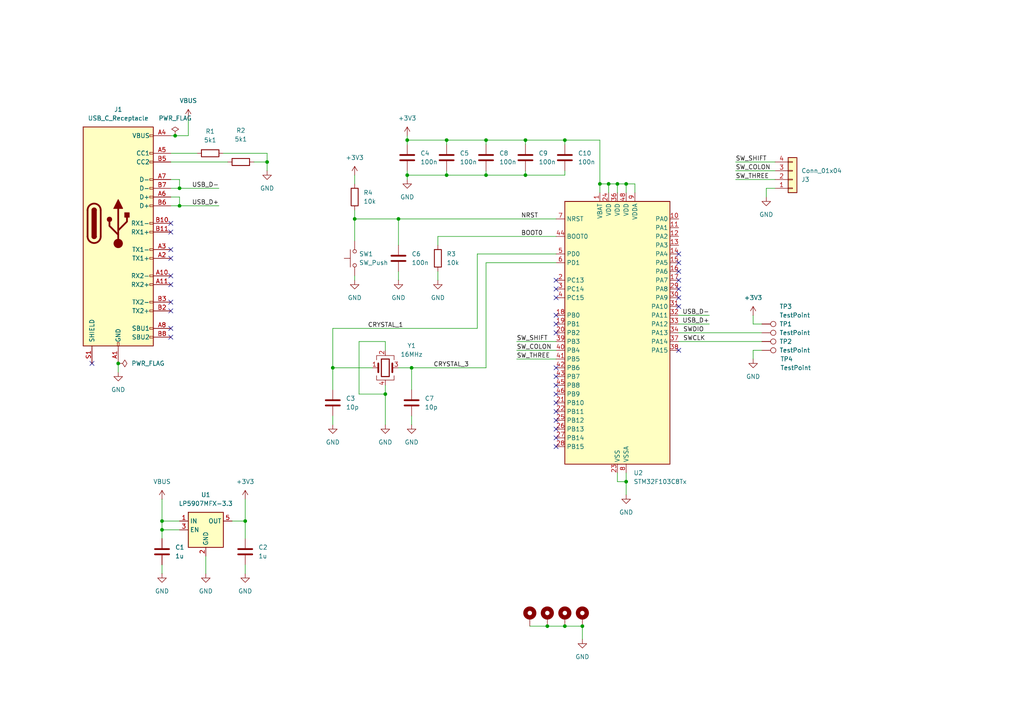
<source format=kicad_sch>
(kicad_sch (version 20250114) (generator "eeschema") (generator_version "9.0")
  (paper "A4")
  (lib_symbols
    (symbol "Connector:TestPoint" (pin_numbers (hide yes)) (pin_names (offset 0.762) (hide yes))
      (property "Reference" "TP" (at 0 6.858 0))
      (property "Value" "TestPoint" (at 0 5.08 0))
      (symbol "TestPoint_0_1"
        (circle (center 0 3.302) (radius 0.762))
      )
      (symbol "TestPoint_1_1"
        (pin passive line (at 0 0 90) (length 2.54) (name "1") (number "1"))
      )
    )
    (symbol "Connector:USB_C_Receptacle" (pin_names (offset 1.016))
      (property "Reference" "J" (at -10.16 29.21 0))
      (property "Value" "USB_C_Receptacle" (at 10.16 29.21 0))
      (symbol "USB_C_Receptacle_0_0"
        (rectangle (start -0.254 -35.56) (end 0.254 -34.544))
        (rectangle (start 10.16 25.654) (end 9.144 25.146))
        (rectangle (start 10.16 20.574) (end 9.144 20.066))
        (rectangle (start 10.16 18.034) (end 9.144 17.526))
        (rectangle (start 10.16 12.954) (end 9.144 12.446))
        (rectangle (start 10.16 10.414) (end 9.144 9.906))
        (rectangle (start 10.16 7.874) (end 9.144 7.366))
        (rectangle (start 10.16 5.334) (end 9.144 4.826))
        (rectangle (start 10.16 0.254) (end 9.144 -0.254))
        (rectangle (start 10.16 -2.286) (end 9.144 -2.794))
        (rectangle (start 10.16 -7.366) (end 9.144 -7.874))
        (rectangle (start 10.16 -9.906) (end 9.144 -10.414))
        (rectangle (start 10.16 -14.986) (end 9.144 -15.494))
        (rectangle (start 10.16 -17.526) (end 9.144 -18.034))
        (rectangle (start 10.16 -22.606) (end 9.144 -23.114))
        (rectangle (start 10.16 -25.146) (end 9.144 -25.654))
        (rectangle (start 10.16 -30.226) (end 9.144 -30.734))
        (rectangle (start 10.16 -32.766) (end 9.144 -33.274))
      )
      (symbol "USB_C_Receptacle_0_1"
        (rectangle (start -10.16 27.94) (end 10.16 -35.56) (stroke (width 0.254)) (fill (type background)))
        (polyline (pts (xy -8.89 -3.81) (xy -8.89 3.81)) (stroke (width 0.508)))
        (rectangle (start -7.62 -3.81) (end -6.35 3.81) (stroke (width 0.254)) (fill (type outline)))
        (arc (start -7.62 3.81) (mid -6.985 4.4423) (end -6.35 3.81) (stroke (width 0.254)))
        (arc (start -7.62 3.81) (mid -6.985 4.4423) (end -6.35 3.81) (stroke (width 0.254)) (fill (type outline)))
        (arc (start -8.89 3.81) (mid -6.985 5.7067) (end -5.08 3.81) (stroke (width 0.508)))
        (arc (start -5.08 -3.81) (mid -6.985 -5.7067) (end -8.89 -3.81) (stroke (width 0.508)))
        (arc (start -6.35 -3.81) (mid -6.985 -4.4423) (end -7.62 -3.81) (stroke (width 0.254)))
        (arc (start -6.35 -3.81) (mid -6.985 -4.4423) (end -7.62 -3.81) (stroke (width 0.254)) (fill (type outline)))
        (polyline (pts (xy -5.08 3.81) (xy -5.08 -3.81)) (stroke (width 0.508)))
      )
      (symbol "USB_C_Receptacle_1_1"
        (circle (center -2.54 1.143) (radius 0.635) (stroke (width 0.254)) (fill (type outline)))
        (polyline (pts (xy -1.27 4.318) (xy 0 6.858) (xy 1.27 4.318) (xy -1.27 4.318)) (stroke (width 0.254)) (fill (type outline)))
        (polyline (pts (xy 0 -2.032) (xy 2.54 0.508) (xy 2.54 1.778)) (stroke (width 0.508)))
        (polyline (pts (xy 0 -3.302) (xy -2.54 -0.762) (xy -2.54 0.508)) (stroke (width 0.508)))
        (polyline (pts (xy 0 -5.842) (xy 0 4.318)) (stroke (width 0.508)))
        (circle (center 0 -5.842) (radius 1.27) (fill (type outline)))
        (rectangle (start 1.905 1.778) (end 3.175 3.048) (stroke (width 0.254)) (fill (type outline)))
        (pin passive line (at -7.62 -40.64 90) (length 5.08) (name "SHIELD") (number "S1"))
        (pin passive line (at 0 -40.64 90) (length 5.08) (name "GND") (number "A1"))
        (pin passive line (at 0 -40.64 90) (length 5.08) (hide yes) (name "GND") (number "A12"))
        (pin passive line (at 0 -40.64 90) (length 5.08) (hide yes) (name "GND") (number "B1"))
        (pin passive line (at 0 -40.64 90) (length 5.08) (hide yes) (name "GND") (number "B12"))
        (pin passive line (at 15.24 25.4 180) (length 5.08) (name "VBUS") (number "A4"))
        (pin passive line (at 15.24 25.4 180) (length 5.08) (hide yes) (name "VBUS") (number "A9"))
        (pin passive line (at 15.24 25.4 180) (length 5.08) (hide yes) (name "VBUS") (number "B4"))
        (pin passive line (at 15.24 25.4 180) (length 5.08) (hide yes) (name "VBUS") (number "B9"))
        (pin bidirectional line (at 15.24 20.32 180) (length 5.08) (name "CC1") (number "A5"))
        (pin bidirectional line (at 15.24 17.78 180) (length 5.08) (name "CC2") (number "B5"))
        (pin bidirectional line (at 15.24 12.7 180) (length 5.08) (name "D-") (number "A7"))
        (pin bidirectional line (at 15.24 10.16 180) (length 5.08) (name "D-") (number "B7"))
        (pin bidirectional line (at 15.24 7.62 180) (length 5.08) (name "D+") (number "A6"))
        (pin bidirectional line (at 15.24 5.08 180) (length 5.08) (name "D+") (number "B6"))
        (pin bidirectional line (at 15.24 0 180) (length 5.08) (name "RX1-") (number "B10"))
        (pin bidirectional line (at 15.24 -2.54 180) (length 5.08) (name "RX1+") (number "B11"))
        (pin bidirectional line (at 15.24 -7.62 180) (length 5.08) (name "TX1-") (number "A3"))
        (pin bidirectional line (at 15.24 -10.16 180) (length 5.08) (name "TX1+") (number "A2"))
        (pin bidirectional line (at 15.24 -15.24 180) (length 5.08) (name "RX2-") (number "A10"))
        (pin bidirectional line (at 15.24 -17.78 180) (length 5.08) (name "RX2+") (number "A11"))
        (pin bidirectional line (at 15.24 -22.86 180) (length 5.08) (name "TX2-") (number "B3"))
        (pin bidirectional line (at 15.24 -25.4 180) (length 5.08) (name "TX2+") (number "B2"))
        (pin bidirectional line (at 15.24 -30.48 180) (length 5.08) (name "SBU1") (number "A8"))
        (pin bidirectional line (at 15.24 -33.02 180) (length 5.08) (name "SBU2") (number "B8"))
      )
    )
    (symbol "Connector_Generic:Conn_01x04" (pin_names (offset 1.016) (hide yes))
      (property "Reference" "J" (at 0 5.08 0))
      (property "Value" "Conn_01x04" (at 0 -7.62 0))
      (symbol "Conn_01x04_1_1"
        (rectangle (start -1.27 3.81) (end 1.27 -6.35) (stroke (width 0.254)) (fill (type background)))
        (rectangle (start -1.27 2.667) (end 0 2.413) (stroke (width 0.1524)))
        (rectangle (start -1.27 0.127) (end 0 -0.127) (stroke (width 0.1524)))
        (rectangle (start -1.27 -2.413) (end 0 -2.667) (stroke (width 0.1524)))
        (rectangle (start -1.27 -4.953) (end 0 -5.207) (stroke (width 0.1524)))
        (pin passive line (at -5.08 2.54 0) (length 3.81) (name "Pin_1") (number "1"))
        (pin passive line (at -5.08 0 0) (length 3.81) (name "Pin_2") (number "2"))
        (pin passive line (at -5.08 -2.54 0) (length 3.81) (name "Pin_3") (number "3"))
        (pin passive line (at -5.08 -5.08 0) (length 3.81) (name "Pin_4") (number "4"))
      )
    )
    (symbol "Device:C" (pin_numbers (hide yes)) (pin_names (offset 0.254))
      (property "Reference" "C" (at 0.635 2.54 0))
      (property "Value" "C" (at 0.635 -2.54 0))
      (symbol "C_0_1"
        (polyline (pts (xy -2.032 0.762) (xy 2.032 0.762)) (stroke (width 0.508)))
        (polyline (pts (xy -2.032 -0.762) (xy 2.032 -0.762)) (stroke (width 0.508)))
      )
      (symbol "C_1_1"
        (pin passive line (at 0 3.81 270) (length 2.794) (name "~") (number "1"))
        (pin passive line (at 0 -3.81 90) (length 2.794) (name "~") (number "2"))
      )
    )
    (symbol "Device:Crystal_GND24" (pin_names (offset 1.016) (hide yes))
      (property "Reference" "Y" (at 3.175 5.08 0))
      (property "Value" "Crystal_GND24" (at 3.175 3.175 0))
      (symbol "Crystal_GND24_0_1"
        (polyline (pts (xy -2.54 2.286) (xy -2.54 3.556) (xy 2.54 3.556) (xy 2.54 2.286)))
        (polyline (pts (xy -2.54 0) (xy -2.032 0)))
        (polyline (pts (xy -2.54 -2.286) (xy -2.54 -3.556) (xy 2.54 -3.556) (xy 2.54 -2.286)))
        (polyline (pts (xy -2.032 -1.27) (xy -2.032 1.27)) (stroke (width 0.508)))
        (rectangle (start -1.143 2.54) (end 1.143 -2.54) (stroke (width 0.3048)))
        (polyline (pts (xy 0 3.556) (xy 0 3.81)))
        (polyline (pts (xy 0 -3.81) (xy 0 -3.556)))
        (polyline (pts (xy 2.032 0) (xy 2.54 0)))
        (polyline (pts (xy 2.032 -1.27) (xy 2.032 1.27)) (stroke (width 0.508)))
      )
      (symbol "Crystal_GND24_1_1"
        (pin passive line (at -3.81 0 0) (length 1.27) (name "1") (number "1"))
        (pin passive line (at 0 5.08 270) (length 1.27) (name "2") (number "2"))
        (pin passive line (at 0 -5.08 90) (length 1.27) (name "4") (number "4"))
        (pin passive line (at 3.81 0 180) (length 1.27) (name "3") (number "3"))
      )
    )
    (symbol "Device:R" (pin_numbers (hide yes)) (pin_names (offset 0))
      (property "Reference" "R" (at 2.032 0 90))
      (property "Value" "R" (at 0 0 90))
      (symbol "R_0_1"
        (rectangle (start -1.016 -2.54) (end 1.016 2.54) (stroke (width 0.254)))
      )
      (symbol "R_1_1"
        (pin passive line (at 0 3.81 270) (length 1.27) (name "~") (number "1"))
        (pin passive line (at 0 -3.81 90) (length 1.27) (name "~") (number "2"))
      )
    )
    (symbol "MCU_ST_STM32F1:STM32F103C8Tx"
      (property "Reference" "U" (at -15.24 39.37 0))
      (property "Value" "STM32F103C8Tx" (at 7.62 39.37 0))
      (symbol "STM32F103C8Tx_0_1"
        (rectangle (start -15.24 -38.1) (end 15.24 38.1) (stroke (width 0.254)) (fill (type background)))
      )
      (symbol "STM32F103C8Tx_1_1"
        (pin input line (at -17.78 33.02 0) (length 2.54) (name "NRST") (number "7"))
        (pin input line (at -17.78 27.94 0) (length 2.54) (name "BOOT0") (number "44"))
        (pin bidirectional line (at -17.78 22.86 0) (length 2.54) (name "PD0") (number "5"))
        (pin bidirectional line (at -17.78 20.32 0) (length 2.54) (name "PD1") (number "6"))
        (pin bidirectional line (at -17.78 15.24 0) (length 2.54) (name "PC13") (number "2"))
        (pin bidirectional line (at -17.78 12.7 0) (length 2.54) (name "PC14") (number "3"))
        (pin bidirectional line (at -17.78 10.16 0) (length 2.54) (name "PC15") (number "4"))
        (pin bidirectional line (at -17.78 5.08 0) (length 2.54) (name "PB0") (number "18"))
        (pin bidirectional line (at -17.78 2.54 0) (length 2.54) (name "PB1") (number "19"))
        (pin bidirectional line (at -17.78 0 0) (length 2.54) (name "PB2") (number "20"))
        (pin bidirectional line (at -17.78 -2.54 0) (length 2.54) (name "PB3") (number "39"))
        (pin bidirectional line (at -17.78 -5.08 0) (length 2.54) (name "PB4") (number "40"))
        (pin bidirectional line (at -17.78 -7.62 0) (length 2.54) (name "PB5") (number "41"))
        (pin bidirectional line (at -17.78 -10.16 0) (length 2.54) (name "PB6") (number "42"))
        (pin bidirectional line (at -17.78 -12.7 0) (length 2.54) (name "PB7") (number "43"))
        (pin bidirectional line (at -17.78 -15.24 0) (length 2.54) (name "PB8") (number "45"))
        (pin bidirectional line (at -17.78 -17.78 0) (length 2.54) (name "PB9") (number "46"))
        (pin bidirectional line (at -17.78 -20.32 0) (length 2.54) (name "PB10") (number "21"))
        (pin bidirectional line (at -17.78 -22.86 0) (length 2.54) (name "PB11") (number "22"))
        (pin bidirectional line (at -17.78 -25.4 0) (length 2.54) (name "PB12") (number "25"))
        (pin bidirectional line (at -17.78 -27.94 0) (length 2.54) (name "PB13") (number "26"))
        (pin bidirectional line (at -17.78 -30.48 0) (length 2.54) (name "PB14") (number "27"))
        (pin bidirectional line (at -17.78 -33.02 0) (length 2.54) (name "PB15") (number "28"))
        (pin power_in line (at -5.08 40.64 270) (length 2.54) (name "VBAT") (number "1"))
        (pin power_in line (at -2.54 40.64 270) (length 2.54) (name "VDD") (number "24"))
        (pin power_in line (at 0 40.64 270) (length 2.54) (name "VDD") (number "36"))
        (pin power_in line (at 0 -40.64 90) (length 2.54) (name "VSS") (number "23"))
        (pin passive line (at 0 -40.64 90) (length 2.54) (hide yes) (name "VSS") (number "35"))
        (pin passive line (at 0 -40.64 90) (length 2.54) (hide yes) (name "VSS") (number "47"))
        (pin power_in line (at 2.54 40.64 270) (length 2.54) (name "VDD") (number "48"))
        (pin power_in line (at 2.54 -40.64 90) (length 2.54) (name "VSSA") (number "8"))
        (pin power_in line (at 5.08 40.64 270) (length 2.54) (name "VDDA") (number "9"))
        (pin bidirectional line (at 17.78 33.02 180) (length 2.54) (name "PA0") (number "10"))
        (pin bidirectional line (at 17.78 30.48 180) (length 2.54) (name "PA1") (number "11"))
        (pin bidirectional line (at 17.78 27.94 180) (length 2.54) (name "PA2") (number "12"))
        (pin bidirectional line (at 17.78 25.4 180) (length 2.54) (name "PA3") (number "13"))
        (pin bidirectional line (at 17.78 22.86 180) (length 2.54) (name "PA4") (number "14"))
        (pin bidirectional line (at 17.78 20.32 180) (length 2.54) (name "PA5") (number "15"))
        (pin bidirectional line (at 17.78 17.78 180) (length 2.54) (name "PA6") (number "16"))
        (pin bidirectional line (at 17.78 15.24 180) (length 2.54) (name "PA7") (number "17"))
        (pin bidirectional line (at 17.78 12.7 180) (length 2.54) (name "PA8") (number "29"))
        (pin bidirectional line (at 17.78 10.16 180) (length 2.54) (name "PA9") (number "30"))
        (pin bidirectional line (at 17.78 7.62 180) (length 2.54) (name "PA10") (number "31"))
        (pin bidirectional line (at 17.78 5.08 180) (length 2.54) (name "PA11") (number "32"))
        (pin bidirectional line (at 17.78 2.54 180) (length 2.54) (name "PA12") (number "33"))
        (pin bidirectional line (at 17.78 0 180) (length 2.54) (name "PA13") (number "34"))
        (pin bidirectional line (at 17.78 -2.54 180) (length 2.54) (name "PA14") (number "37"))
        (pin bidirectional line (at 17.78 -5.08 180) (length 2.54) (name "PA15") (number "38"))
      )
    )
    (symbol "Mechanical:MountingHole_Pad" (pin_numbers (hide yes)) (pin_names (offset 1.016) (hide yes)) (in_bom no)
      (property "Reference" "H" (at 0 6.35 0))
      (property "Value" "MountingHole_Pad" (at 0 4.445 0))
      (symbol "MountingHole_Pad_0_1"
        (circle (center 0 1.27) (radius 1.27) (stroke (width 1.27)))
      )
      (symbol "MountingHole_Pad_1_1"
        (pin input line (at 0 -2.54 90) (length 2.54) (name "1") (number "1"))
      )
    )
    (symbol "Regulator_Linear:LP5907MFX-3.3"
      (property "Reference" "U" (at -3.81 6.35 0))
      (property "Value" "LP5907MFX-3.3" (at 6.35 6.35 0))
      (symbol "LP5907MFX-3.3_0_1"
        (rectangle (start -5.08 -5.08) (end 5.08 5.08) (stroke (width 0.254)) (fill (type background)))
        (pin power_in line (at -7.62 2.54 0) (length 2.54) (name "IN") (number "1"))
        (pin input line (at -7.62 0 0) (length 2.54) (name "EN") (number "3"))
        (pin power_in line (at 0 -7.62 90) (length 2.54) (name "GND") (number "2"))
        (pin no_connect line (at 5.08 0 180) (length 2.54) (hide yes) (name "NC") (number "4"))
        (pin power_out line (at 7.62 2.54 180) (length 2.54) (name "OUT") (number "5"))
      )
    )
    (symbol "Switch:SW_Push" (pin_numbers (hide yes)) (pin_names (offset 1.016) (hide yes))
      (property "Reference" "SW" (at 1.27 2.54 0))
      (property "Value" "SW_Push" (at 0 -1.524 0))
      (symbol "SW_Push_0_1"
        (circle (center -2.032 0) (radius 0.508))
        (polyline (pts (xy 0 1.27) (xy 0 3.048)))
        (circle (center 2.032 0) (radius 0.508))
        (polyline (pts (xy 2.54 1.27) (xy -2.54 1.27)))
        (pin passive line (at -5.08 0 0) (length 2.54) (name "1") (number "1"))
        (pin passive line (at 5.08 0 180) (length 2.54) (name "2") (number "2"))
      )
    )
    (symbol "power:+3V3" (power) (pin_numbers (hide yes)) (pin_names (offset 0) (hide yes))
      (property "Value" "+3V3" (at 0 3.556 0))
      (symbol "+3V3_0_1"
        (polyline (pts (xy -0.762 1.27) (xy 0 2.54)))
        (polyline (pts (xy 0 2.54) (xy 0.762 1.27)))
        (polyline (pts (xy 0 0) (xy 0 2.54)))
      )
      (symbol "+3V3_1_1"
        (pin power_in line (at 0 0 90) (length 0) (name "~") (number "1"))
      )
    )
    (symbol "power:GND" (power) (pin_numbers (hide yes)) (pin_names (offset 0) (hide yes))
      (property "Value" "GND" (at 0 -3.81 0))
      (symbol "GND_0_1"
        (polyline (pts (xy 0 0) (xy 0 -1.27) (xy 1.27 -1.27) (xy 0 -2.54) (xy -1.27 -1.27) (xy 0 -1.27)))
      )
      (symbol "GND_1_1"
        (pin power_in line (at 0 0 270) (length 0) (name "~") (number "1"))
      )
    )
    (symbol "power:PWR_FLAG" (power) (pin_numbers (hide yes)) (pin_names (offset 0) (hide yes))
      (property "Value" "PWR_FLAG" (at 0 3.81 0))
      (symbol "PWR_FLAG_0_0"
        (pin power_out line (at 0 0 90) (length 0) (name "~") (number "1"))
      )
      (symbol "PWR_FLAG_0_1"
        (polyline (pts (xy 0 0) (xy 0 1.27) (xy -1.016 1.905) (xy 0 2.54) (xy 1.016 1.905) (xy 0 1.27)))
      )
    )
    (symbol "power:VBUS" (power) (pin_numbers (hide yes)) (pin_names (offset 0) (hide yes))
      (property "Value" "VBUS" (at 0 3.556 0))
      (symbol "VBUS_0_1"
        (polyline (pts (xy -0.762 1.27) (xy 0 2.54)))
        (polyline (pts (xy 0 2.54) (xy 0.762 1.27)))
        (polyline (pts (xy 0 0) (xy 0 2.54)))
      )
      (symbol "VBUS_1_1"
        (pin power_in line (at 0 0 90) (length 0) (name "~") (number "1"))
      )
    )
  )
  (junction (at 111.76 114.3))
  (junction (at 152.4 50.8))
  (junction (at 102.87 63.5))
  (junction (at 163.83 40.64))
  (junction (at 173.99 53.34))
  (junction (at 77.47 46.99))
  (junction (at 129.54 40.64))
  (junction (at 140.97 50.8))
  (junction (at 52.07 59.69))
  (junction (at 158.75 181.61))
  (junction (at 181.61 139.7))
  (junction (at 46.99 153.67))
  (junction (at 176.53 53.34))
  (junction (at 46.99 151.13))
  (junction (at 118.11 40.64))
  (junction (at 96.52 106.68))
  (junction (at 52.07 54.61))
  (junction (at 129.54 50.8))
  (junction (at 168.91 181.61))
  (junction (at 140.97 40.64))
  (junction (at 152.4 40.64))
  (junction (at 115.57 63.5))
  (junction (at 50.8 39.37))
  (junction (at 71.12 151.13))
  (junction (at 118.11 50.8))
  (junction (at 163.83 181.61))
  (junction (at 34.29 105.41))
  (junction (at 181.61 53.34))
  (junction (at 179.07 53.34))
  (junction (at 119.38 106.68))
  (no_connect (at 161.29 111.76))
  (no_connect (at 196.85 76.2))
  (no_connect (at 161.29 81.28))
  (no_connect (at 161.29 116.84))
  (no_connect (at 161.29 96.52))
  (no_connect (at 196.85 73.66))
  (no_connect (at 161.29 124.46))
  (no_connect (at 49.53 87.63))
  (no_connect (at 161.29 121.92))
  (no_connect (at 49.53 64.77))
  (no_connect (at 196.85 101.6))
  (no_connect (at 196.85 81.28))
  (no_connect (at 161.29 106.68))
  (no_connect (at 161.29 127))
  (no_connect (at 196.85 88.9))
  (no_connect (at 196.85 83.82))
  (no_connect (at 196.85 86.36))
  (no_connect (at 161.29 91.44))
  (no_connect (at 161.29 86.36))
  (no_connect (at 49.53 72.39))
  (no_connect (at 49.53 80.01))
  (no_connect (at 161.29 114.3))
  (no_connect (at 161.29 83.82))
  (no_connect (at 49.53 95.25))
  (no_connect (at 49.53 67.31))
  (no_connect (at 49.53 74.93))
  (no_connect (at 161.29 119.38))
  (no_connect (at 49.53 97.79))
  (no_connect (at 161.29 93.98))
  (no_connect (at 161.29 109.22))
  (no_connect (at 196.85 78.74))
  (no_connect (at 49.53 90.17))
  (no_connect (at 49.53 82.55))
  (no_connect (at 161.29 129.54))
  (no_connect (at 26.67 105.41))
  (wire (pts (xy 161.29 101.6) (xy 149.86 101.6)))
  (wire (pts (xy 102.87 63.5) (xy 115.57 63.5)))
  (wire (pts (xy 140.97 50.8) (xy 152.4 50.8)))
  (wire (pts (xy 102.87 50.8) (xy 102.87 53.34)))
  (wire (pts (xy 196.85 96.52) (xy 220.98 96.52)))
  (wire (pts (xy 34.29 105.41) (xy 34.29 107.95)))
  (wire (pts (xy 49.53 57.15) (xy 52.07 57.15)))
  (wire (pts (xy 140.97 76.2) (xy 140.97 106.68)))
  (wire (pts (xy 118.11 40.64) (xy 129.54 40.64)))
  (wire (pts (xy 181.61 53.34) (xy 184.15 53.34)))
  (wire (pts (xy 184.15 53.34) (xy 184.15 55.88)))
  (wire (pts (xy 46.99 151.13) (xy 46.99 153.67)))
  (wire (pts (xy 52.07 52.07) (xy 52.07 54.61)))
  (wire (pts (xy 140.97 40.64) (xy 152.4 40.64)))
  (wire (pts (xy 52.07 54.61) (xy 63.5 54.61)))
  (wire (pts (xy 118.11 39.37) (xy 118.11 40.64)))
  (wire (pts (xy 152.4 49.53) (xy 152.4 50.8)))
  (wire (pts (xy 77.47 46.99) (xy 77.47 49.53)))
  (wire (pts (xy 129.54 49.53) (xy 129.54 50.8)))
  (wire (pts (xy 96.52 106.68) (xy 107.95 106.68)))
  (wire (pts (xy 46.99 153.67) (xy 52.07 153.67)))
  (wire (pts (xy 49.53 46.99) (xy 66.04 46.99)))
  (wire (pts (xy 181.61 137.16) (xy 181.61 139.7)))
  (wire (pts (xy 140.97 40.64) (xy 140.97 41.91)))
  (wire (pts (xy 196.85 99.06) (xy 220.98 99.06)))
  (wire (pts (xy 152.4 40.64) (xy 152.4 41.91)))
  (wire (pts (xy 129.54 40.64) (xy 129.54 41.91)))
  (wire (pts (xy 96.52 106.68) (xy 96.52 95.25)))
  (wire (pts (xy 163.83 50.8) (xy 163.83 49.53)))
  (wire (pts (xy 71.12 151.13) (xy 71.12 156.21)))
  (wire (pts (xy 50.8 39.37) (xy 54.61 39.37)))
  (wire (pts (xy 181.61 53.34) (xy 181.61 55.88)))
  (wire (pts (xy 71.12 144.78) (xy 71.12 151.13)))
  (wire (pts (xy 119.38 120.65) (xy 119.38 123.19)))
  (wire (pts (xy 52.07 57.15) (xy 52.07 59.69)))
  (wire (pts (xy 115.57 63.5) (xy 115.57 71.12)))
  (wire (pts (xy 218.44 93.98) (xy 218.44 91.44)))
  (wire (pts (xy 173.99 53.34) (xy 173.99 55.88)))
  (wire (pts (xy 71.12 163.83) (xy 71.12 166.37)))
  (wire (pts (xy 196.85 93.98) (xy 205.74 93.98)))
  (wire (pts (xy 104.14 114.3) (xy 111.76 114.3)))
  (wire (pts (xy 179.07 53.34) (xy 181.61 53.34)))
  (wire (pts (xy 140.97 49.53) (xy 140.97 50.8)))
  (wire (pts (xy 111.76 99.06) (xy 104.14 99.06)))
  (wire (pts (xy 118.11 50.8) (xy 129.54 50.8)))
  (wire (pts (xy 127 78.74) (xy 127 81.28)))
  (wire (pts (xy 77.47 44.45) (xy 77.47 46.99)))
  (wire (pts (xy 67.31 151.13) (xy 71.12 151.13)))
  (wire (pts (xy 196.85 91.44) (xy 205.74 91.44)))
  (wire (pts (xy 102.87 69.85) (xy 102.87 63.5)))
  (wire (pts (xy 52.07 59.69) (xy 63.5 59.69)))
  (wire (pts (xy 158.75 181.61) (xy 163.83 181.61)))
  (wire (pts (xy 119.38 106.68) (xy 115.57 106.68)))
  (wire (pts (xy 49.53 44.45) (xy 57.15 44.45)))
  (wire (pts (xy 96.52 95.25) (xy 138.43 95.25)))
  (wire (pts (xy 224.79 49.53) (xy 213.36 49.53)))
  (wire (pts (xy 127 68.58) (xy 161.29 68.58)))
  (wire (pts (xy 118.11 49.53) (xy 118.11 50.8)))
  (wire (pts (xy 59.69 161.29) (xy 59.69 166.37)))
  (wire (pts (xy 49.53 59.69) (xy 52.07 59.69)))
  (wire (pts (xy 102.87 60.96) (xy 102.87 63.5)))
  (wire (pts (xy 179.07 137.16) (xy 179.07 139.7)))
  (wire (pts (xy 224.79 52.07) (xy 213.36 52.07)))
  (wire (pts (xy 96.52 113.03) (xy 96.52 106.68)))
  (wire (pts (xy 152.4 50.8) (xy 163.83 50.8)))
  (wire (pts (xy 118.11 40.64) (xy 118.11 41.91)))
  (wire (pts (xy 161.29 76.2) (xy 140.97 76.2)))
  (wire (pts (xy 163.83 40.64) (xy 173.99 40.64)))
  (wire (pts (xy 118.11 50.8) (xy 118.11 52.07)))
  (wire (pts (xy 222.25 57.15) (xy 222.25 54.61)))
  (wire (pts (xy 224.79 46.99) (xy 213.36 46.99)))
  (wire (pts (xy 49.53 39.37) (xy 50.8 39.37)))
  (wire (pts (xy 176.53 53.34) (xy 176.53 55.88)))
  (wire (pts (xy 173.99 53.34) (xy 176.53 53.34)))
  (wire (pts (xy 46.99 163.83) (xy 46.99 166.37)))
  (wire (pts (xy 129.54 40.64) (xy 140.97 40.64)))
  (wire (pts (xy 119.38 106.68) (xy 119.38 113.03)))
  (wire (pts (xy 127 71.12) (xy 127 68.58)))
  (wire (pts (xy 163.83 181.61) (xy 168.91 181.61)))
  (wire (pts (xy 220.98 93.98) (xy 218.44 93.98)))
  (wire (pts (xy 104.14 99.06) (xy 104.14 114.3)))
  (wire (pts (xy 218.44 101.6) (xy 218.44 104.14)))
  (wire (pts (xy 152.4 40.64) (xy 163.83 40.64)))
  (wire (pts (xy 111.76 114.3) (xy 111.76 111.76)))
  (wire (pts (xy 179.07 53.34) (xy 179.07 55.88)))
  (wire (pts (xy 111.76 114.3) (xy 111.76 123.19)))
  (wire (pts (xy 49.53 52.07) (xy 52.07 52.07)))
  (wire (pts (xy 179.07 139.7) (xy 181.61 139.7)))
  (wire (pts (xy 111.76 101.6) (xy 111.76 99.06)))
  (wire (pts (xy 64.77 44.45) (xy 77.47 44.45)))
  (wire (pts (xy 46.99 151.13) (xy 52.07 151.13)))
  (wire (pts (xy 138.43 73.66) (xy 161.29 73.66)))
  (wire (pts (xy 173.99 40.64) (xy 173.99 53.34)))
  (wire (pts (xy 168.91 181.61) (xy 168.91 185.42)))
  (wire (pts (xy 115.57 63.5) (xy 161.29 63.5)))
  (wire (pts (xy 181.61 139.7) (xy 181.61 143.51)))
  (wire (pts (xy 220.98 101.6) (xy 218.44 101.6)))
  (wire (pts (xy 102.87 80.01) (xy 102.87 81.28)))
  (wire (pts (xy 46.99 153.67) (xy 46.99 156.21)))
  (wire (pts (xy 163.83 40.64) (xy 163.83 41.91)))
  (wire (pts (xy 115.57 78.74) (xy 115.57 81.28)))
  (wire (pts (xy 140.97 106.68) (xy 119.38 106.68)))
  (wire (pts (xy 222.25 54.61) (xy 224.79 54.61)))
  (wire (pts (xy 161.29 99.06) (xy 149.86 99.06)))
  (wire (pts (xy 161.29 104.14) (xy 149.86 104.14)))
  (wire (pts (xy 73.66 46.99) (xy 77.47 46.99)))
  (wire (pts (xy 96.52 120.65) (xy 96.52 123.19)))
  (wire (pts (xy 153.67 181.61) (xy 158.75 181.61)))
  (wire (pts (xy 176.53 53.34) (xy 179.07 53.34)))
  (wire (pts (xy 138.43 95.25) (xy 138.43 73.66)))
  (wire (pts (xy 129.54 50.8) (xy 140.97 50.8)))
  (wire (pts (xy 46.99 144.78) (xy 46.99 151.13)))
  (wire (pts (xy 54.61 39.37) (xy 54.61 34.29)))
  (wire (pts (xy 52.07 54.61) (xy 49.53 54.61)))
  (label "SWDIO" (at 198.12 96.52 0))
  (label "SW_THREE" (at 213.36 52.07 0))
  (label "NRST" (at 151.13 63.5 0))
  (label "USB_D-" (at 63.5 54.61 180))
  (label "SW_COLON" (at 213.36 49.53 0))
  (label "SW_SHIFT" (at 213.36 46.99 0))
  (label "BOOT0" (at 151.13 68.58 0))
  (label "CRYSTAL_1" (at 106.68 95.25 0))
  (label "CRYSTAL_3" (at 125.73 106.68 0))
  (label "USB_D+" (at 205.74 93.98 180))
  (label "SWCLK" (at 198.12 99.06 0))
  (label "SW_COLON" (at 149.86 101.6 0))
  (label "SW_SHIFT" (at 149.86 99.06 0))
  (label "USB_D+" (at 63.5 59.69 180))
  (label "USB_D-" (at 205.74 91.44 180))
  (label "SW_THREE" (at 149.86 104.14 0))
  (symbol (lib_id "Device:R") (at 60.96 44.45 90) (unit 1)
    (property "Reference" "R1" (at 60.96 38.1 90))
    (property "Value" "5k1" (at 60.96 40.64 90))
    (property "Footprint" "Resistor_SMD:R_0603_1608Metric_Pad0.98x0.95mm_HandSolder" (effects (hide yes)))
    (property "Description" "Resistor" (effects (hide yes)))
  )
  (symbol (lib_id "Device:C") (at 129.54 45.72 0) (unit 1)
    (property "Reference" "C5" (at 133.35 44.4499 0) (effects (justify left)))
    (property "Value" "100n" (at 133.35 46.9899 0) (effects (justify left)))
    (property "Footprint" "Capacitor_SMD:C_0603_1608Metric_Pad1.08x0.95mm_HandSolder" (effects (hide yes)))
    (property "Description" "Unpolarized capacitor" (effects (hide yes)))
  )
  (symbol (lib_id "power:GND") (at 119.38 123.19 0) (unit 1)
    (property "Reference" "#PWR015" (effects (hide yes)))
    (property "Value" "GND" (at 119.38 128.27 0))
    (property "Description" "Power symbol creates a global label with name \"GND\" , ground" (effects (hide yes)))
  )
  (symbol (lib_id "Mechanical:MountingHole_Pad") (at 168.91 179.07 0) (unit 1) (in_bom no)
    (property "Reference" "H4" (effects (hide yes)))
    (property "Value" "MountingHole_Pad" (effects (hide yes)))
    (property "Footprint" "MountingHole:MountingHole_2.2mm_M2_Pad_Via" (effects (hide yes)))
    (property "Description" "Mounting Hole with connection" (effects (hide yes)))
  )
  (symbol (lib_id "power:PWR_FLAG") (at 50.8 39.37 0) (unit 1)
    (property "Reference" "#FLG01" (effects (hide yes)))
    (property "Value" "PWR_FLAG" (at 50.8 34.29 0))
    (property "Description" "Special symbol for telling ERC where power comes from" (effects (hide yes)))
  )
  (symbol (lib_id "power:GND") (at 181.61 143.51 0) (unit 1)
    (property "Reference" "#PWR017" (effects (hide yes)))
    (property "Value" "GND" (at 181.61 148.59 0))
    (property "Description" "Power symbol creates a global label with name \"GND\" , ground" (effects (hide yes)))
  )
  (symbol (lib_id "power:GND") (at 115.57 81.28 0) (unit 1)
    (property "Reference" "#PWR014" (effects (hide yes)))
    (property "Value" "GND" (at 115.57 86.36 0))
    (property "Description" "Power symbol creates a global label with name \"GND\" , ground" (effects (hide yes)))
  )
  (symbol (lib_id "power:VBUS") (at 46.99 144.78 0) (unit 1)
    (property "Reference" "#PWR02" (effects (hide yes)))
    (property "Value" "VBUS" (at 46.99 139.7 0))
    (property "Description" "Power symbol creates a global label with name \"VBUS\"" (effects (hide yes)))
  )
  (symbol (lib_id "Device:C") (at 152.4 45.72 0) (unit 1)
    (property "Reference" "C9" (at 156.21 44.4499 0) (effects (justify left)))
    (property "Value" "100n" (at 156.21 46.9899 0) (effects (justify left)))
    (property "Footprint" "Capacitor_SMD:C_0603_1608Metric_Pad1.08x0.95mm_HandSolder" (effects (hide yes)))
    (property "Description" "Unpolarized capacitor" (effects (hide yes)))
  )
  (symbol (lib_id "power:GND") (at 59.69 166.37 0) (unit 1)
    (property "Reference" "#PWR05" (effects (hide yes)))
    (property "Value" "GND" (at 59.69 171.45 0))
    (property "Description" "Power symbol creates a global label with name \"GND\" , ground" (effects (hide yes)))
  )
  (symbol (lib_id "power:GND") (at 127 81.28 0) (unit 1)
    (property "Reference" "#PWR016" (effects (hide yes)))
    (property "Value" "GND" (at 127 86.36 0))
    (property "Description" "Power symbol creates a global label with name \"GND\" , ground" (effects (hide yes)))
  )
  (symbol (lib_id "power:+3V3") (at 118.11 39.37 0) (unit 1)
    (property "Reference" "#PWR010" (effects (hide yes)))
    (property "Value" "+3V3" (at 118.11 34.29 0))
    (property "Description" "Power symbol creates a global label with name \"+3V3\"" (effects (hide yes)))
  )
  (symbol (lib_id "Device:R") (at 127 74.93 0) (unit 1)
    (property "Reference" "R3" (at 129.54 73.6599 0) (effects (justify left)))
    (property "Value" "10k" (at 129.54 76.1999 0) (effects (justify left)))
    (property "Footprint" "Resistor_SMD:R_0603_1608Metric_Pad0.98x0.95mm_HandSolder" (effects (hide yes)))
    (property "Description" "Resistor" (effects (hide yes)))
  )
  (symbol (lib_id "power:PWR_FLAG") (at 34.29 105.41 270) (unit 1)
    (property "Reference" "#FLG02" (effects (hide yes)))
    (property "Value" "PWR_FLAG" (at 38.1 105.4099 90) (effects (justify left)))
    (property "Description" "Special symbol for telling ERC where power comes from" (effects (hide yes)))
  )
  (symbol (lib_id "Device:C") (at 46.99 160.02 0) (unit 1)
    (property "Reference" "C1" (at 50.8 158.7499 0) (effects (justify left)))
    (property "Value" "1u" (at 50.8 161.2899 0) (effects (justify left)))
    (property "Footprint" "Capacitor_SMD:C_0603_1608Metric_Pad1.08x0.95mm_HandSolder" (effects (hide yes)))
    (property "Description" "Unpolarized capacitor" (effects (hide yes)))
  )
  (symbol (lib_id "Device:C") (at 71.12 160.02 0) (unit 1)
    (property "Reference" "C2" (at 74.93 158.7499 0) (effects (justify left)))
    (property "Value" "1u" (at 74.93 161.2899 0) (effects (justify left)))
    (property "Footprint" "Capacitor_SMD:C_0603_1608Metric_Pad1.08x0.95mm_HandSolder" (effects (hide yes)))
    (property "Description" "Unpolarized capacitor" (effects (hide yes)))
  )
  (symbol (lib_id "power:GND") (at 102.87 81.28 0) (unit 1)
    (property "Reference" "#PWR012" (effects (hide yes)))
    (property "Value" "GND" (at 102.87 86.36 0))
    (property "Description" "Power symbol creates a global label with name \"GND\" , ground" (effects (hide yes)))
  )
  (symbol (lib_id "Connector:TestPoint") (at 220.98 101.6 270) (unit 1)
    (property "Reference" "TP4" (at 226.314 104.14 90) (effects (justify left)))
    (property "Value" "TestPoint" (at 226.314 106.68 90) (effects (justify left)))
    (property "Footprint" "TestPoint:TestPoint_Pad_D1.5mm" (effects (hide yes)))
    (property "Description" "test point" (effects (hide yes)))
  )
  (symbol (lib_id "power:GND") (at 71.12 166.37 0) (unit 1)
    (property "Reference" "#PWR07" (effects (hide yes)))
    (property "Value" "GND" (at 71.12 171.45 0))
    (property "Description" "Power symbol creates a global label with name \"GND\" , ground" (effects (hide yes)))
  )
  (symbol (lib_id "Device:C") (at 96.52 116.84 0) (unit 1)
    (property "Reference" "C3" (at 100.33 115.5699 0) (effects (justify left)))
    (property "Value" "10p" (at 100.33 118.1099 0) (effects (justify left)))
    (property "Footprint" "Capacitor_SMD:C_0603_1608Metric_Pad1.08x0.95mm_HandSolder" (effects (hide yes)))
    (property "Description" "Unpolarized capacitor" (effects (hide yes)))
  )
  (symbol (lib_id "Connector_Generic:Conn_01x04") (at 229.87 52.07 0) (mirror x) (unit 1)
    (property "Reference" "J3" (at 232.41 52.0701 0) (effects (justify left)))
    (property "Value" "Conn_01x04" (at 232.41 49.5301 0) (effects (justify left)))
    (property "Footprint" "Connector_PinHeader_2.54mm:PinHeader_1x04_P2.54mm_Vertical" (effects (hide yes)))
    (property "Description" "Generic connector, single row, 01x04, script generated (kicad-library-utils/schlib/autogen/connector/)" (effects (hide yes)))
  )
  (symbol (lib_id "power:GND") (at 222.25 57.15 0) (unit 1)
    (property "Reference" "#PWR020" (effects (hide yes)))
    (property "Value" "GND" (at 222.25 62.23 0))
    (property "Description" "Power symbol creates a global label with name \"GND\" , ground" (effects (hide yes)))
  )
  (symbol (lib_id "Connector:USB_C_Receptacle") (at 34.29 64.77 0) (unit 1)
    (property "Reference" "J1" (at 34.29 31.75 0))
    (property "Value" "USB_C_Receptacle" (at 34.29 34.29 0))
    (property "Footprint" "easyeda2kicad:USB-C-SMD_MC-311D" (effects (hide yes)))
    (property "Datasheet" "https://www.usb.org/sites/default/files/documents/usb_type-c.zip" (effects (hide yes)))
    (property "Description" "USB Full-Featured Type-C Receptacle connector" (effects (hide yes)))
  )
  (symbol (lib_id "power:GND") (at 218.44 104.14 0) (unit 1)
    (property "Reference" "#PWR019" (effects (hide yes)))
    (property "Value" "GND" (at 218.44 109.22 0))
    (property "Description" "Power symbol creates a global label with name \"GND\" , ground" (effects (hide yes)))
  )
  (symbol (lib_id "Device:C") (at 115.57 74.93 0) (unit 1)
    (property "Reference" "C6" (at 119.38 73.6599 0) (effects (justify left)))
    (property "Value" "100n" (at 119.38 76.1999 0) (effects (justify left)))
    (property "Footprint" "Capacitor_SMD:C_0603_1608Metric_Pad1.08x0.95mm_HandSolder" (effects (hide yes)))
    (property "Description" "Unpolarized capacitor" (effects (hide yes)))
  )
  (symbol (lib_id "power:GND") (at 46.99 166.37 0) (unit 1)
    (property "Reference" "#PWR03" (effects (hide yes)))
    (property "Value" "GND" (at 46.99 171.45 0))
    (property "Description" "Power symbol creates a global label with name \"GND\" , ground" (effects (hide yes)))
  )
  (symbol (lib_id "Mechanical:MountingHole_Pad") (at 158.75 179.07 0) (unit 1) (in_bom no)
    (property "Reference" "H2" (effects (hide yes)))
    (property "Value" "MountingHole_Pad" (effects (hide yes)))
    (property "Footprint" "MountingHole:MountingHole_2.2mm_M2_Pad_Via" (effects (hide yes)))
    (property "Description" "Mounting Hole with connection" (effects (hide yes)))
  )
  (symbol (lib_id "MCU_ST_STM32F1:STM32F103C8Tx") (at 179.07 96.52 0) (unit 1)
    (property "Reference" "U2" (at 183.7533 137.16 0) (effects (justify left)))
    (property "Value" "STM32F103C8Tx" (at 183.7533 139.7 0) (effects (justify left)))
    (property "Footprint" "Package_QFP:LQFP-48_7x7mm_P0.5mm" (effects (hide yes)))
    (property "Datasheet" "https://www.st.com/resource/en/datasheet/stm32f103c8.pdf" (effects (hide yes)))
    (property "Description" "STMicroelectronics Arm Cortex-M3 MCU, 64KB flash, 20KB RAM, 72 MHz, 2.0-3.6V, 37 GPIO, LQFP48" (effects (hide yes)))
  )
  (symbol (lib_id "power:+3V3") (at 71.12 144.78 0) (unit 1)
    (property "Reference" "#PWR06" (effects (hide yes)))
    (property "Value" "+3V3" (at 71.12 139.7 0))
    (property "Description" "Power symbol creates a global label with name \"+3V3\"" (effects (hide yes)))
  )
  (symbol (lib_id "power:GND") (at 96.52 123.19 0) (unit 1)
    (property "Reference" "#PWR09" (effects (hide yes)))
    (property "Value" "GND" (at 96.52 128.27 0))
    (property "Description" "Power symbol creates a global label with name \"GND\" , ground" (effects (hide yes)))
  )
  (symbol (lib_id "Device:C") (at 118.11 45.72 0) (unit 1)
    (property "Reference" "C4" (at 121.92 44.4499 0) (effects (justify left)))
    (property "Value" "100n" (at 121.92 46.9899 0) (effects (justify left)))
    (property "Footprint" "Capacitor_SMD:C_0603_1608Metric_Pad1.08x0.95mm_HandSolder" (effects (hide yes)))
    (property "Description" "Unpolarized capacitor" (effects (hide yes)))
  )
  (symbol (lib_id "power:GND") (at 118.11 52.07 0) (unit 1)
    (property "Reference" "#PWR011" (effects (hide yes)))
    (property "Value" "GND" (at 118.11 57.15 0))
    (property "Description" "Power symbol creates a global label with name \"GND\" , ground" (effects (hide yes)))
  )
  (symbol (lib_id "Connector:TestPoint") (at 220.98 96.52 270) (unit 1)
    (property "Reference" "TP1" (at 226.06 93.9799 90) (effects (justify left)))
    (property "Value" "TestPoint" (at 226.06 96.5199 90) (effects (justify left)))
    (property "Footprint" "TestPoint:TestPoint_Pad_D1.5mm" (effects (hide yes)))
    (property "Description" "test point" (effects (hide yes)))
  )
  (symbol (lib_id "power:+3V3") (at 218.44 91.44 0) (unit 1)
    (property "Reference" "#PWR018" (effects (hide yes)))
    (property "Value" "+3V3" (at 218.44 86.36 0))
    (property "Description" "Power symbol creates a global label with name \"+3V3\"" (effects (hide yes)))
  )
  (symbol (lib_id "power:GND") (at 77.47 49.53 0) (unit 1)
    (property "Reference" "#PWR08" (effects (hide yes)))
    (property "Value" "GND" (at 77.47 54.61 0))
    (property "Description" "Power symbol creates a global label with name \"GND\" , ground" (effects (hide yes)))
  )
  (symbol (lib_id "power:GND") (at 168.91 185.42 0) (unit 1)
    (property "Reference" "#PWR022" (effects (hide yes)))
    (property "Value" "GND" (at 168.91 190.5 0))
    (property "Description" "Power symbol creates a global label with name \"GND\" , ground" (effects (hide yes)))
  )
  (symbol (lib_id "Mechanical:MountingHole_Pad") (at 153.67 179.07 0) (unit 1) (in_bom no)
    (property "Reference" "H1" (effects (hide yes)))
    (property "Value" "MountingHole_Pad" (effects (hide yes)))
    (property "Footprint" "MountingHole:MountingHole_2.2mm_M2_Pad_Via" (effects (hide yes)))
    (property "Description" "Mounting Hole with connection" (effects (hide yes)))
  )
  (symbol (lib_id "Device:C") (at 119.38 116.84 0) (unit 1)
    (property "Reference" "C7" (at 123.19 115.5699 0) (effects (justify left)))
    (property "Value" "10p" (at 123.19 118.1099 0) (effects (justify left)))
    (property "Footprint" "Capacitor_SMD:C_0603_1608Metric_Pad1.08x0.95mm_HandSolder" (effects (hide yes)))
    (property "Description" "Unpolarized capacitor" (effects (hide yes)))
  )
  (symbol (lib_id "Device:C") (at 163.83 45.72 0) (unit 1)
    (property "Reference" "C10" (at 167.64 44.4499 0) (effects (justify left)))
    (property "Value" "100n" (at 167.64 46.9899 0) (effects (justify left)))
    (property "Footprint" "Capacitor_SMD:C_0603_1608Metric_Pad1.08x0.95mm_HandSolder" (effects (hide yes)))
    (property "Description" "Unpolarized capacitor" (effects (hide yes)))
  )
  (symbol (lib_id "power:GND") (at 111.76 123.19 0) (unit 1)
    (property "Reference" "#PWR013" (effects (hide yes)))
    (property "Value" "GND" (at 111.76 128.27 0))
    (property "Description" "Power symbol creates a global label with name \"GND\" , ground" (effects (hide yes)))
  )
  (symbol (lib_id "Device:R") (at 102.87 57.15 0) (unit 1)
    (property "Reference" "R4" (at 105.41 55.8799 0) (effects (justify left)))
    (property "Value" "10k" (at 105.41 58.4199 0) (effects (justify left)))
    (property "Footprint" "Resistor_SMD:R_0603_1608Metric_Pad0.98x0.95mm_HandSolder" (effects (hide yes)))
    (property "Description" "Resistor" (effects (hide yes)))
  )
  (symbol (lib_id "Connector:TestPoint") (at 220.98 93.98 270) (unit 1)
    (property "Reference" "TP3" (at 226.06 88.9 90) (effects (justify left)))
    (property "Value" "TestPoint" (at 226.06 91.44 90) (effects (justify left)))
    (property "Footprint" "TestPoint:TestPoint_Pad_D1.5mm" (effects (hide yes)))
    (property "Description" "test point" (effects (hide yes)))
  )
  (symbol (lib_id "power:+3V3") (at 102.87 50.8 0) (unit 1)
    (property "Reference" "#PWR021" (effects (hide yes)))
    (property "Value" "+3V3" (at 102.87 45.72 0))
    (property "Description" "Power symbol creates a global label with name \"+3V3\"" (effects (hide yes)))
  )
  (symbol (lib_id "Device:C") (at 140.97 45.72 0) (unit 1)
    (property "Reference" "C8" (at 144.78 44.4499 0) (effects (justify left)))
    (property "Value" "100n" (at 144.78 46.9899 0) (effects (justify left)))
    (property "Footprint" "Capacitor_SMD:C_0603_1608Metric_Pad1.08x0.95mm_HandSolder" (effects (hide yes)))
    (property "Description" "Unpolarized capacitor" (effects (hide yes)))
  )
  (symbol (lib_id "Connector:TestPoint") (at 220.98 99.06 270) (unit 1)
    (property "Reference" "TP2" (at 226.06 99.06 90) (effects (justify left)))
    (property "Value" "TestPoint" (at 226.06 101.6 90) (effects (justify left)))
    (property "Footprint" "TestPoint:TestPoint_Pad_D1.5mm" (effects (hide yes)))
    (property "Description" "test point" (effects (hide yes)))
  )
  (symbol (lib_id "power:GND") (at 34.29 107.95 0) (unit 1)
    (property "Reference" "#PWR01" (effects (hide yes)))
    (property "Value" "GND" (at 34.29 113.03 0))
    (property "Description" "Power symbol creates a global label with name \"GND\" , ground" (effects (hide yes)))
  )
  (symbol (lib_id "power:VBUS") (at 54.61 34.29 0) (unit 1)
    (property "Reference" "#PWR04" (effects (hide yes)))
    (property "Value" "VBUS" (at 54.61 29.21 0))
    (property "Description" "Power symbol creates a global label with name \"VBUS\"" (effects (hide yes)))
  )
  (symbol (lib_id "Regulator_Linear:LP5907MFX-3.3") (at 59.69 153.67 0) (unit 1)
    (property "Reference" "U1" (at 59.69 143.51 0))
    (property "Value" "LP5907MFX-3.3" (at 59.69 146.05 0))
    (property "Footprint" "Package_TO_SOT_SMD:SOT-23-5" (effects (hide yes)))
    (property "Datasheet" "http://www.ti.com/lit/ds/symlink/lp5907.pdf" (effects (hide yes)))
    (property "Description" "250-mA Ultra-Low-Noise Low-IQ LDO, 3.3V, SOT-23" (effects (hide yes)))
  )
  (symbol (lib_id "Switch:SW_Push") (at 102.87 74.93 90) (unit 1)
    (property "Reference" "SW1" (at 104.14 73.6599 90) (effects (justify right)))
    (property "Value" "SW_Push" (at 104.14 76.1999 90) (effects (justify right)))
    (property "Description" "Push button switch, generic, two pins" (effects (hide yes)))
  )
  (symbol (lib_id "Mechanical:MountingHole_Pad") (at 163.83 179.07 0) (unit 1) (in_bom no)
    (property "Reference" "H3" (effects (hide yes)))
    (property "Value" "MountingHole_Pad" (effects (hide yes)))
    (property "Footprint" "MountingHole:MountingHole_2.2mm_M2_Pad_Via" (effects (hide yes)))
    (property "Description" "Mounting Hole with connection" (effects (hide yes)))
  )
  (symbol (lib_id "Device:R") (at 69.85 46.99 90) (unit 1)
    (property "Reference" "R2" (at 69.85 37.846 90))
    (property "Value" "5k1" (at 69.85 40.386 90))
    (property "Footprint" "Resistor_SMD:R_0603_1608Metric_Pad0.98x0.95mm_HandSolder" (effects (hide yes)))
    (property "Description" "Resistor" (effects (hide yes)))
  )
  (symbol (lib_id "Device:Crystal_GND24") (at 111.76 106.68 0) (unit 1)
    (property "Reference" "Y1" (at 119.38 100.2598 0))
    (property "Value" "16MHz" (at 119.38 102.7998 0))
    (property "Footprint" "Crystal:Crystal_SMD_3225-4Pin_3.2x2.5mm_HandSoldering" (effects (hide yes)))
    (property "Description" "Four pin crystal, GND on pins 2 and 4" (effects (hide yes)))
  )
)
</source>
